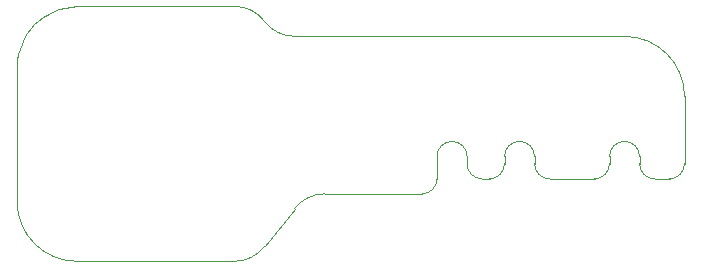
<source format=gbr>
G04 #@! TF.GenerationSoftware,KiCad,Pcbnew,(5.1.5)-3*
G04 #@! TF.CreationDate,2020-10-19T00:58:10-04:00*
G04 #@! TF.ProjectId,Updifier,55706469-6669-4657-922e-6b696361645f,rev?*
G04 #@! TF.SameCoordinates,Original*
G04 #@! TF.FileFunction,Profile,NP*
%FSLAX46Y46*%
G04 Gerber Fmt 4.6, Leading zero omitted, Abs format (unit mm)*
G04 Created by KiCad (PCBNEW (5.1.5)-3) date 2020-10-19 00:58:10*
%MOMM*%
%LPD*%
G04 APERTURE LIST*
%ADD10C,0.050000*%
G04 APERTURE END LIST*
D10*
X24155400Y-25527000D02*
X24130000Y-26035000D01*
X24231600Y-25019000D02*
X24155400Y-25527000D01*
X24358600Y-24536400D02*
X24231600Y-25019000D01*
X24511000Y-24104600D02*
X24358600Y-24536400D01*
X24714200Y-23672800D02*
X24511000Y-24104600D01*
X24968200Y-23241000D02*
X24714200Y-23672800D01*
X25298400Y-22783800D02*
X24968200Y-23241000D01*
X25603200Y-22453600D02*
X25298400Y-22783800D01*
X25908000Y-22174200D02*
X25603200Y-22453600D01*
X26339800Y-21844000D02*
X25908000Y-22174200D01*
X26797000Y-21564600D02*
X26339800Y-21844000D01*
X27279600Y-21336000D02*
X26797000Y-21564600D01*
X27711400Y-21183600D02*
X27279600Y-21336000D01*
X28219400Y-21056600D02*
X27711400Y-21183600D01*
X28702000Y-20980400D02*
X28219400Y-21056600D01*
X29210000Y-20955000D02*
X28702000Y-20980400D01*
X75565000Y-23495000D02*
G75*
G02X80645000Y-28575000I0J-5080000D01*
G01*
X67945000Y-34290000D02*
X67945000Y-33655000D01*
X78105000Y-35560000D02*
X79375000Y-35560000D01*
X76835000Y-34290000D02*
X76835000Y-33655000D01*
X74295000Y-34290000D02*
X74295000Y-33655000D01*
X65405000Y-34290000D02*
X65405000Y-33655000D01*
X69215000Y-35560000D02*
X73025000Y-35560000D01*
X63500000Y-35560000D02*
X64135000Y-35560000D01*
X62230000Y-34290000D02*
X62230000Y-33655000D01*
X74295000Y-34290000D02*
G75*
G02X73025000Y-35560000I-1270000J0D01*
G01*
X80645000Y-34290000D02*
G75*
G02X79375000Y-35560000I-1270000J0D01*
G01*
X75565000Y-32385000D02*
G75*
G02X76835000Y-33655000I0J-1270000D01*
G01*
X78105000Y-35560000D02*
G75*
G02X76835000Y-34290000I0J1270000D01*
G01*
X74295000Y-33655000D02*
G75*
G02X75565000Y-32385000I1270000J0D01*
G01*
X69215000Y-35560000D02*
G75*
G02X67945000Y-34290000I0J1270000D01*
G01*
X66675000Y-32385000D02*
G75*
G02X67945000Y-33655000I0J-1270000D01*
G01*
X65405000Y-33655000D02*
G75*
G02X66675000Y-32385000I1270000J0D01*
G01*
X65405000Y-34290000D02*
G75*
G02X64135000Y-35560000I-1270000J0D01*
G01*
X63500000Y-35560000D02*
G75*
G02X62230000Y-34290000I0J1270000D01*
G01*
X59690000Y-35560000D02*
X59690000Y-33655000D01*
X60960000Y-32385000D02*
G75*
G02X62230000Y-33655000I0J-1270000D01*
G01*
X59690000Y-33655000D02*
G75*
G02X60960000Y-32385000I1270000J0D01*
G01*
X59690000Y-35560000D02*
G75*
G02X58420000Y-36830000I-1270000J0D01*
G01*
X50165000Y-36830000D02*
X58420000Y-36830000D01*
X47625000Y-38100000D02*
G75*
G02X50165000Y-36830000I2540000J-1905000D01*
G01*
X45085000Y-41275000D02*
G75*
G02X42545000Y-42545000I-2540000J1905000D01*
G01*
X47625000Y-23495000D02*
G75*
G02X45085000Y-22225000I0J3175000D01*
G01*
X29210000Y-42545000D02*
X42545000Y-42545000D01*
X29210000Y-20955000D02*
X42545000Y-20955000D01*
X42545000Y-20955000D02*
G75*
G02X45085000Y-22225000I0J-3175000D01*
G01*
X29210000Y-42545000D02*
G75*
G02X24130000Y-37465000I0J5080000D01*
G01*
X80645000Y-28575000D02*
X80645000Y-34290000D01*
X24130000Y-26035000D02*
X24130000Y-37465000D01*
X47625000Y-23495000D02*
X75565000Y-23495000D01*
X45085000Y-41275000D02*
X47625000Y-38100000D01*
M02*

</source>
